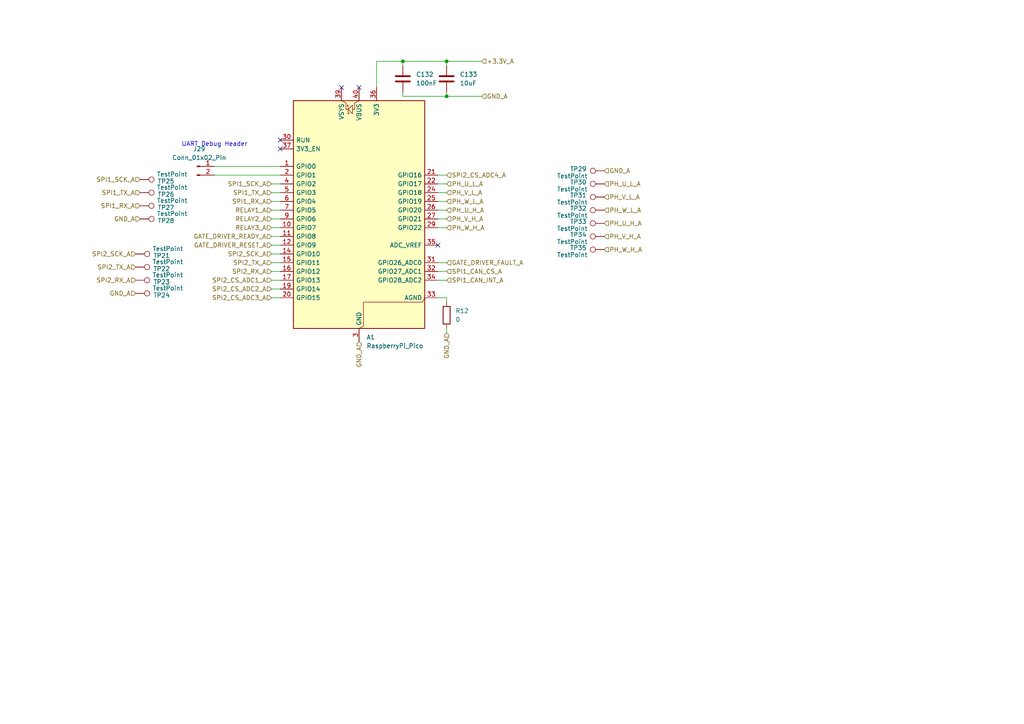
<source format=kicad_sch>
(kicad_sch (version 20250114) (generator "eeschema") (generator_version "9.0")
  (paper "A4")
  (lib_symbols
    (symbol "Connector:Conn_01x02_Pin" (pin_names (offset 1.016) (hide yes))
      (property "Reference" "J" (at 0 2.54 0))
      (property "Value" "Conn_01x02_Pin" (at 0 -5.08 0))
      (symbol "Conn_01x02_Pin_1_1"
        (rectangle (start 0.8636 0.127) (end 0 -0.127) (stroke (width 0.1524)) (fill (type outline)))
        (rectangle (start 0.8636 -2.413) (end 0 -2.667) (stroke (width 0.1524)) (fill (type outline)))
        (polyline (pts (xy 1.27 0) (xy 0.8636 0)) (stroke (width 0.1524)))
        (polyline (pts (xy 1.27 -2.54) (xy 0.8636 -2.54)) (stroke (width 0.1524)))
        (pin passive line (at 5.08 0 180) (length 3.81) (name "Pin_1") (number "1"))
        (pin passive line (at 5.08 -2.54 180) (length 3.81) (name "Pin_2") (number "2"))
      )
    )
    (symbol "Connector:TestPoint" (pin_numbers (hide yes)) (pin_names (offset 0.762) (hide yes))
      (property "Reference" "TP" (at 0 6.858 0))
      (property "Value" "TestPoint" (at 0 5.08 0))
      (symbol "TestPoint_0_1"
        (circle (center 0 3.302) (radius 0.762))
      )
      (symbol "TestPoint_1_1"
        (pin passive line (at 0 0 90) (length 2.54) (name "1") (number "1"))
      )
    )
    (symbol "Device:C" (pin_numbers (hide yes)) (pin_names (offset 0.254))
      (property "Reference" "C" (at 0.635 2.54 0))
      (property "Value" "C" (at 0.635 -2.54 0))
      (symbol "C_0_1"
        (polyline (pts (xy -2.032 0.762) (xy 2.032 0.762)) (stroke (width 0.508)))
        (polyline (pts (xy -2.032 -0.762) (xy 2.032 -0.762)) (stroke (width 0.508)))
      )
      (symbol "C_1_1"
        (pin passive line (at 0 3.81 270) (length 2.794) (name "~") (number "1"))
        (pin passive line (at 0 -3.81 90) (length 2.794) (name "~") (number "2"))
      )
    )
    (symbol "Device:R" (pin_numbers (hide yes)) (pin_names (offset 0))
      (property "Reference" "R" (at 2.032 0 90))
      (property "Value" "R" (at 0 0 90))
      (symbol "R_0_1"
        (rectangle (start -1.016 -2.54) (end 1.016 2.54) (stroke (width 0.254)))
      )
      (symbol "R_1_1"
        (pin passive line (at 0 3.81 270) (length 1.27) (name "~") (number "1"))
        (pin passive line (at 0 -3.81 90) (length 1.27) (name "~") (number "2"))
      )
    )
    (symbol "MCU_Module:RaspberryPi_Pico" (pin_names (offset 0.762))
      (property "Reference" "A" (at -19.05 35.56 0))
      (property "Value" "RaspberryPi_Pico" (at 7.62 35.56 0))
      (symbol "RaspberryPi_Pico_0_1"
        (rectangle (start -19.05 34.29) (end 19.05 -31.75) (stroke (width 0.254)) (fill (type background)))
        (polyline (pts (xy -5.08 34.29) (xy -3.81 33.655) (xy -3.81 31.75) (xy -3.175 31.75)))
        (polyline (pts (xy -3.429 32.766) (xy -3.429 33.02) (xy -3.175 33.02) (xy -3.175 30.48) (xy -2.921 30.48) (xy -2.921 30.734)))
        (polyline (pts (xy -3.175 31.75) (xy -1.905 33.02) (xy -1.905 30.48) (xy -3.175 31.75)))
        (polyline (pts (xy 0 34.29) (xy -1.27 33.655) (xy -1.27 31.75) (xy -1.905 31.75)))
        (polyline (pts (xy 0 -31.75) (xy 1.27 -31.115) (xy 1.27 -24.13) (xy 18.415 -24.13) (xy 19.05 -22.86)))
      )
      (symbol "RaspberryPi_Pico_1_1"
        (pin passive line (at -22.86 22.86 0) (length 3.81) (name "RUN") (number "30"))
        (pin passive line (at -22.86 20.32 0) (length 3.81) (name "3V3_EN") (number "37"))
        (pin bidirectional line (at -22.86 15.24 0) (length 3.81) (name "GPIO0") (number "1"))
        (pin bidirectional line (at -22.86 12.7 0) (length 3.81) (name "GPIO1") (number "2"))
        (pin bidirectional line (at -22.86 10.16 0) (length 3.81) (name "GPIO2") (number "4"))
        (pin bidirectional line (at -22.86 7.62 0) (length 3.81) (name "GPIO3") (number "5"))
        (pin bidirectional line (at -22.86 5.08 0) (length 3.81) (name "GPIO4") (number "6"))
        (pin bidirectional line (at -22.86 2.54 0) (length 3.81) (name "GPIO5") (number "7"))
        (pin bidirectional line (at -22.86 0 0) (length 3.81) (name "GPIO6") (number "9"))
        (pin bidirectional line (at -22.86 -2.54 0) (length 3.81) (name "GPIO7") (number "10"))
        (pin bidirectional line (at -22.86 -5.08 0) (length 3.81) (name "GPIO8") (number "11"))
        (pin bidirectional line (at -22.86 -7.62 0) (length 3.81) (name "GPIO9") (number "12"))
        (pin bidirectional line (at -22.86 -10.16 0) (length 3.81) (name "GPIO10") (number "14"))
        (pin bidirectional line (at -22.86 -12.7 0) (length 3.81) (name "GPIO11") (number "15"))
        (pin bidirectional line (at -22.86 -15.24 0) (length 3.81) (name "GPIO12") (number "16"))
        (pin bidirectional line (at -22.86 -17.78 0) (length 3.81) (name "GPIO13") (number "17"))
        (pin bidirectional line (at -22.86 -20.32 0) (length 3.81) (name "GPIO14") (number "19"))
        (pin bidirectional line (at -22.86 -22.86 0) (length 3.81) (name "GPIO15") (number "20"))
        (pin power_in line (at -5.08 38.1 270) (length 3.81) (name "VSYS") (number "39"))
        (pin power_out line (at 0 38.1 270) (length 3.81) (name "VBUS") (number "40"))
        (pin passive line (at 0 -35.56 90) (length 3.81) (hide yes) (name "GND") (number "13"))
        (pin passive line (at 0 -35.56 90) (length 3.81) (hide yes) (name "GND") (number "18"))
        (pin passive line (at 0 -35.56 90) (length 3.81) (hide yes) (name "GND") (number "23"))
        (pin passive line (at 0 -35.56 90) (length 3.81) (hide yes) (name "GND") (number "28"))
        (pin power_out line (at 0 -35.56 90) (length 3.81) (name "GND") (number "3"))
        (pin passive line (at 0 -35.56 90) (length 3.81) (hide yes) (name "GND") (number "38"))
        (pin passive line (at 0 -35.56 90) (length 3.81) (hide yes) (name "GND") (number "8"))
        (pin power_out line (at 5.08 38.1 270) (length 3.81) (name "3V3") (number "36"))
        (pin bidirectional line (at 22.86 12.7 180) (length 3.81) (name "GPIO16") (number "21"))
        (pin bidirectional line (at 22.86 10.16 180) (length 3.81) (name "GPIO17") (number "22"))
        (pin bidirectional line (at 22.86 7.62 180) (length 3.81) (name "GPIO18") (number "24"))
        (pin bidirectional line (at 22.86 5.08 180) (length 3.81) (name "GPIO19") (number "25"))
        (pin bidirectional line (at 22.86 2.54 180) (length 3.81) (name "GPIO20") (number "26"))
        (pin bidirectional line (at 22.86 0 180) (length 3.81) (name "GPIO21") (number "27"))
        (pin bidirectional line (at 22.86 -2.54 180) (length 3.81) (name "GPIO22") (number "29"))
        (pin power_in line (at 22.86 -7.62 180) (length 3.81) (name "ADC_VREF") (number "35"))
        (pin bidirectional line (at 22.86 -12.7 180) (length 3.81) (name "GPIO26_ADC0") (number "31"))
        (pin bidirectional line (at 22.86 -15.24 180) (length 3.81) (name "GPIO27_ADC1") (number "32"))
        (pin bidirectional line (at 22.86 -17.78 180) (length 3.81) (name "GPIO28_ADC2") (number "34"))
        (pin power_out line (at 22.86 -22.86 180) (length 3.81) (name "AGND") (number "33"))
      )
    )
  )
  (text "UART Debug Header" (at 62.23 41.91 0) (effects (font (size 1.27 1.27))))
  (junction (at 129.54 27.94))
  (junction (at 129.54 17.78))
  (junction (at 116.84 17.78))
  (no_connect (at 104.14 25.4))
  (no_connect (at 99.06 25.4))
  (no_connect (at 127 71.12))
  (no_connect (at 81.28 43.18))
  (no_connect (at 81.28 40.64))
  (wire (pts (xy 116.84 27.94) (xy 116.84 26.67)))
  (wire (pts (xy 129.54 63.5) (xy 127 63.5)))
  (wire (pts (xy 129.54 17.78) (xy 129.54 19.05)))
  (wire (pts (xy 78.74 76.2) (xy 81.28 76.2)))
  (wire (pts (xy 129.54 58.42) (xy 127 58.42)))
  (wire (pts (xy 78.74 60.96) (xy 81.28 60.96)))
  (wire (pts (xy 78.74 63.5) (xy 81.28 63.5)))
  (wire (pts (xy 139.7 17.78) (xy 129.54 17.78)))
  (wire (pts (xy 129.54 60.96) (xy 127 60.96)))
  (wire (pts (xy 78.74 86.36) (xy 81.28 86.36)))
  (wire (pts (xy 78.74 71.12) (xy 81.28 71.12)))
  (wire (pts (xy 78.74 53.34) (xy 81.28 53.34)))
  (wire (pts (xy 129.54 27.94) (xy 129.54 26.67)))
  (wire (pts (xy 109.22 17.78) (xy 109.22 25.4)))
  (wire (pts (xy 129.54 55.88) (xy 127 55.88)))
  (wire (pts (xy 116.84 17.78) (xy 116.84 19.05)))
  (wire (pts (xy 78.74 58.42) (xy 81.28 58.42)))
  (wire (pts (xy 127 78.74) (xy 129.54 78.74)))
  (wire (pts (xy 129.54 76.2) (xy 127 76.2)))
  (wire (pts (xy 129.54 53.34) (xy 127 53.34)))
  (wire (pts (xy 62.23 48.26) (xy 81.28 48.26)))
  (wire (pts (xy 129.54 87.63) (xy 129.54 86.36)))
  (wire (pts (xy 116.84 17.78) (xy 109.22 17.78)))
  (wire (pts (xy 129.54 86.36) (xy 127 86.36)))
  (wire (pts (xy 62.23 50.8) (xy 81.28 50.8)))
  (wire (pts (xy 78.74 81.28) (xy 81.28 81.28)))
  (wire (pts (xy 129.54 27.94) (xy 139.7 27.94)))
  (wire (pts (xy 129.54 66.04) (xy 127 66.04)))
  (wire (pts (xy 78.74 66.04) (xy 81.28 66.04)))
  (wire (pts (xy 78.74 68.58) (xy 81.28 68.58)))
  (wire (pts (xy 127 81.28) (xy 129.54 81.28)))
  (wire (pts (xy 129.54 95.25) (xy 129.54 96.52)))
  (wire (pts (xy 116.84 27.94) (xy 129.54 27.94)))
  (wire (pts (xy 127 50.8) (xy 129.54 50.8)))
  (wire (pts (xy 78.74 83.82) (xy 81.28 83.82)))
  (wire (pts (xy 78.74 73.66) (xy 81.28 73.66)))
  (wire (pts (xy 78.74 78.74) (xy 81.28 78.74)))
  (wire (pts (xy 78.74 55.88) (xy 81.28 55.88)))
  (wire (pts (xy 129.54 17.78) (xy 116.84 17.78)))
  (hierarchical_label "SPI2_TX_A" (shape input) (at 39.37 77.47 180))
  (hierarchical_label "SPI1_CAN_CS_A" (shape input) (at 129.54 78.74 0))
  (hierarchical_label "SPI1_TX_A" (shape input) (at 78.74 55.88 180))
  (hierarchical_label "PH_V_L_A" (shape input) (at 129.54 55.88 0))
  (hierarchical_label "SPI2_CS_ADC1_A" (shape input) (at 78.74 81.28 180))
  (hierarchical_label "RELAY3_A" (shape input) (at 78.74 66.04 180))
  (hierarchical_label "PH_U_H_A" (shape input) (at 129.54 60.96 0))
  (hierarchical_label "PH_W_L_A" (shape input) (at 175.26 60.96 0))
  (hierarchical_label "GATE_DRIVER_RESET_A" (shape input) (at 78.74 71.12 180))
  (hierarchical_label "PH_V_H_A" (shape input) (at 129.54 63.5 0))
  (hierarchical_label "SPI1_CAN_INT_A" (shape input) (at 129.54 81.28 0))
  (hierarchical_label "GND_A" (shape input) (at 104.14 99.06 270))
  (hierarchical_label "SPI1_SCK_A" (shape input) (at 78.74 53.34 180))
  (hierarchical_label "GND_A" (shape input) (at 40.64 63.5 180))
  (hierarchical_label "+3.3V_A" (shape input) (at 139.7 17.78 0))
  (hierarchical_label "PH_W_H_A" (shape input) (at 129.54 66.04 0))
  (hierarchical_label "RELAY1_A" (shape input) (at 78.74 60.96 180))
  (hierarchical_label "SPI1_RX_A" (shape input) (at 40.64 59.69 180))
  (hierarchical_label "PH_U_L_A" (shape input) (at 129.54 53.34 0))
  (hierarchical_label "SPI2_RX_A" (shape input) (at 78.74 78.74 180))
  (hierarchical_label "PH_V_L_A" (shape input) (at 175.26 57.15 0))
  (hierarchical_label "SPI2_CS_ADC2_A" (shape input) (at 78.74 83.82 180))
  (hierarchical_label "GND_A" (shape input) (at 39.37 85.09 180))
  (hierarchical_label "SPI2_SCK_A" (shape input) (at 39.37 73.66 180))
  (hierarchical_label "SPI2_SCK_A" (shape input) (at 78.74 73.66 180))
  (hierarchical_label "SPI2_TX_A" (shape input) (at 78.74 76.2 180))
  (hierarchical_label "PH_V_H_A" (shape input) (at 175.26 68.58 0))
  (hierarchical_label "SPI1_TX_A" (shape input) (at 40.64 55.88 180))
  (hierarchical_label "GATE_DRIVER_FAULT_A" (shape input) (at 129.54 76.2 0))
  (hierarchical_label "GATE_DRIVER_READY_A" (shape input) (at 78.74 68.58 180))
  (hierarchical_label "PH_W_L_A" (shape input) (at 129.54 58.42 0))
  (hierarchical_label "SPI2_CS_ADC4_A" (shape input) (at 129.54 50.8 0))
  (hierarchical_label "SPI1_RX_A" (shape input) (at 78.74 58.42 180))
  (hierarchical_label "PH_U_L_A" (shape input) (at 175.26 53.34 0))
  (hierarchical_label "SPI1_SCK_A" (shape input) (at 40.64 52.07 180))
  (hierarchical_label "GND_A" (shape input) (at 139.7 27.94 0))
  (hierarchical_label "GND_A" (shape input) (at 175.26 49.53 0))
  (hierarchical_label "PH_U_H_A" (shape input) (at 175.26 64.77 0))
  (hierarchical_label "PH_W_H_A" (shape input) (at 175.26 72.39 0))
  (hierarchical_label "GND_A" (shape input) (at 129.54 96.52 270))
  (hierarchical_label "SPI2_CS_ADC3_A" (shape input) (at 78.74 86.36 180))
  (hierarchical_label "RELAY2_A" (shape input) (at 78.74 63.5 180))
  (hierarchical_label "SPI2_RX_A" (shape input) (at 39.37 81.28 180))
  (symbol (lib_id "Connector:TestPoint") (at 40.64 59.69 270) (unit 1)
    (property "Reference" "TP27" (at 45.72 60.198 90) (effects (justify left)))
    (property "Value" "TestPoint" (at 45.466 58.166 90) (effects (justify left)))
    (property "Footprint" "TestPoint:TestPoint_Loop_D2.54mm_Drill1.5mm_Beaded" (effects (hide yes)))
    (property "Description" "test point" (effects (hide yes)))
  )
  (symbol (lib_id "Connector:TestPoint") (at 39.37 77.47 270) (unit 1)
    (property "Reference" "TP22" (at 44.45 77.978 90) (effects (justify left)))
    (property "Value" "TestPoint" (at 44.196 75.946 90) (effects (justify left)))
    (property "Footprint" "TestPoint:TestPoint_Loop_D2.54mm_Drill1.5mm_Beaded" (effects (hide yes)))
    (property "Description" "test point" (effects (hide yes)))
  )
  (symbol (lib_id "Connector:TestPoint") (at 40.64 52.07 270) (unit 1)
    (property "Reference" "TP25" (at 45.72 52.578 90) (effects (justify left)))
    (property "Value" "TestPoint" (at 45.466 50.546 90) (effects (justify left)))
    (property "Footprint" "TestPoint:TestPoint_Loop_D2.54mm_Drill1.5mm_Beaded" (effects (hide yes)))
    (property "Description" "test point" (effects (hide yes)))
  )
  (symbol (lib_id "Connector:TestPoint") (at 39.37 85.09 270) (unit 1)
    (property "Reference" "TP24" (at 44.45 85.598 90) (effects (justify left)))
    (property "Value" "TestPoint" (at 44.196 83.566 90) (effects (justify left)))
    (property "Footprint" "TestPoint:TestPoint_Loop_D2.54mm_Drill1.5mm_Beaded" (effects (hide yes)))
    (property "Description" "test point" (effects (hide yes)))
  )
  (symbol (lib_id "Connector:TestPoint") (at 40.64 63.5 270) (unit 1)
    (property "Reference" "TP28" (at 45.72 64.008 90) (effects (justify left)))
    (property "Value" "TestPoint" (at 45.466 61.976 90) (effects (justify left)))
    (property "Footprint" "TestPoint:TestPoint_Loop_D2.54mm_Drill1.5mm_Beaded" (effects (hide yes)))
    (property "Description" "test point" (effects (hide yes)))
  )
  (symbol (lib_id "Device:C") (at 129.54 22.86 0) (unit 1)
    (property "Reference" "C133" (at 133.35 21.5899 0) (effects (justify left)))
    (property "Value" "10uF" (at 133.35 24.13 0) (effects (justify left)))
    (property "Footprint" "Capacitor_SMD:C_1210_3225Metric_Pad1.33x2.70mm_HandSolder" (effects (hide yes)))
    (property "Description" "Unpolarized capacitor" (effects (hide yes)))
  )
  (symbol (lib_id "Connector:TestPoint") (at 175.26 60.96 90) (unit 1)
    (property "Reference" "TP32" (at 170.18 60.452 90) (effects (justify left)))
    (property "Value" "TestPoint" (at 170.434 62.484 90) (effects (justify left)))
    (property "Footprint" "TestPoint:TestPoint_Loop_D2.54mm_Drill1.5mm_Beaded" (effects (hide yes)))
    (property "Description" "test point" (effects (hide yes)))
  )
  (symbol (lib_id "MCU_Module:RaspberryPi_Pico") (at 104.14 63.5 0) (unit 1)
    (property "Reference" "A1" (at 106.2833 97.79 0) (effects (justify left)))
    (property "Value" "RaspberryPi_Pico" (at 106.2833 100.33 0) (effects (justify left)))
    (property "Footprint" "InverterCom:RaspberryPi_Pico_Common_Unspecified" (effects (hide yes)))
    (property "Datasheet" "https://datasheets.raspberrypi.com/pico/pico-datasheet.pdf" (effects (hide yes)))
    (property "Description" "Versatile and inexpensive microcontroller module powered by RP2040 dual-core Arm Cortex-M0+ processor up to 133 MHz, 264kB SRAM, 2MB QSPI flash; also supports Raspberry Pi Pico 2" (effects (hide yes)))
  )
  (symbol (lib_id "Connector:TestPoint") (at 175.26 53.34 90) (unit 1)
    (property "Reference" "TP30" (at 170.18 52.832 90) (effects (justify left)))
    (property "Value" "TestPoint" (at 170.434 54.864 90) (effects (justify left)))
    (property "Footprint" "TestPoint:TestPoint_Loop_D2.54mm_Drill1.5mm_Beaded" (effects (hide yes)))
    (property "Description" "test point" (effects (hide yes)))
  )
  (symbol (lib_id "Connector:TestPoint") (at 39.37 81.28 270) (unit 1)
    (property "Reference" "TP23" (at 44.45 81.788 90) (effects (justify left)))
    (property "Value" "TestPoint" (at 44.196 79.756 90) (effects (justify left)))
    (property "Footprint" "TestPoint:TestPoint_Loop_D2.54mm_Drill1.5mm_Beaded" (effects (hide yes)))
    (property "Description" "test point" (effects (hide yes)))
  )
  (symbol (lib_id "Connector:TestPoint") (at 175.26 57.15 90) (unit 1)
    (property "Reference" "TP31" (at 170.18 56.642 90) (effects (justify left)))
    (property "Value" "TestPoint" (at 170.434 58.674 90) (effects (justify left)))
    (property "Footprint" "TestPoint:TestPoint_Loop_D2.54mm_Drill1.5mm_Beaded" (effects (hide yes)))
    (property "Description" "test point" (effects (hide yes)))
  )
  (symbol (lib_id "Connector:TestPoint") (at 175.26 72.39 90) (unit 1)
    (property "Reference" "TP35" (at 170.18 71.882 90) (effects (justify left)))
    (property "Value" "TestPoint" (at 170.434 73.914 90) (effects (justify left)))
    (property "Footprint" "TestPoint:TestPoint_Loop_D2.54mm_Drill1.5mm_Beaded" (effects (hide yes)))
    (property "Description" "test point" (effects (hide yes)))
  )
  (symbol (lib_id "Device:R") (at 129.54 91.44 0) (unit 1)
    (property "Reference" "R12" (at 132.08 90.1699 0) (effects (justify left)))
    (property "Value" "0" (at 132.08 92.7099 0) (effects (justify left)))
    (property "Footprint" "Resistor_SMD:R_1210_3225Metric_Pad1.30x2.65mm_HandSolder" (effects (hide yes)))
    (property "Description" "Resistor" (effects (hide yes)))
  )
  (symbol (lib_id "Connector:TestPoint") (at 39.37 73.66 270) (unit 1)
    (property "Reference" "TP21" (at 44.45 74.168 90) (effects (justify left)))
    (property "Value" "TestPoint" (at 44.196 72.136 90) (effects (justify left)))
    (property "Footprint" "TestPoint:TestPoint_Loop_D2.54mm_Drill1.5mm_Beaded" (effects (hide yes)))
    (property "Description" "test point" (effects (hide yes)))
  )
  (symbol (lib_id "Connector:TestPoint") (at 175.26 49.53 90) (unit 1)
    (property "Reference" "TP29" (at 170.18 49.022 90) (effects (justify left)))
    (property "Value" "TestPoint" (at 170.434 51.054 90) (effects (justify left)))
    (property "Footprint" "TestPoint:TestPoint_Loop_D2.54mm_Drill1.5mm_Beaded" (effects (hide yes)))
    (property "Description" "test point" (effects (hide yes)))
  )
  (symbol (lib_id "Connector:Conn_01x02_Pin") (at 57.15 48.26 0) (unit 1)
    (property "Reference" "J29" (at 57.785 43.18 0))
    (property "Value" "Conn_01x02_Pin" (at 57.785 45.72 0))
    (property "Footprint" "Connector_PinHeader_2.54mm:PinHeader_1x02_P2.54mm_Vertical" (effects (hide yes)))
    (property "Description" "Generic connector, single row, 01x02, script generated" (effects (hide yes)))
  )
  (symbol (lib_id "Device:C") (at 116.84 22.86 0) (unit 1)
    (property "Reference" "C132" (at 120.65 21.5899 0) (effects (justify left)))
    (property "Value" "100nF" (at 120.65 24.13 0) (effects (justify left)))
    (property "Footprint" "Capacitor_SMD:C_1210_3225Metric_Pad1.33x2.70mm_HandSolder" (effects (hide yes)))
    (property "Description" "Unpolarized capacitor" (effects (hide yes)))
  )
  (symbol (lib_id "Connector:TestPoint") (at 175.26 64.77 90) (unit 1)
    (property "Reference" "TP33" (at 170.18 64.262 90) (effects (justify left)))
    (property "Value" "TestPoint" (at 170.434 66.294 90) (effects (justify left)))
    (property "Footprint" "TestPoint:TestPoint_Loop_D2.54mm_Drill1.5mm_Beaded" (effects (hide yes)))
    (property "Description" "test point" (effects (hide yes)))
  )
  (symbol (lib_id "Connector:TestPoint") (at 175.26 68.58 90) (unit 1)
    (property "Reference" "TP34" (at 170.18 68.072 90) (effects (justify left)))
    (property "Value" "TestPoint" (at 170.434 70.104 90) (effects (justify left)))
    (property "Footprint" "TestPoint:TestPoint_Loop_D2.54mm_Drill1.5mm_Beaded" (effects (hide yes)))
    (property "Description" "test point" (effects (hide yes)))
  )
  (symbol (lib_id "Connector:TestPoint") (at 40.64 55.88 270) (unit 1)
    (property "Reference" "TP26" (at 45.72 56.388 90) (effects (justify left)))
    (property "Value" "TestPoint" (at 45.466 54.356 90) (effects (justify left)))
    (property "Footprint" "TestPoint:TestPoint_Loop_D2.54mm_Drill1.5mm_Beaded" (effects (hide yes)))
    (property "Description" "test point" (effects (hide yes)))
  )
)
</source>
